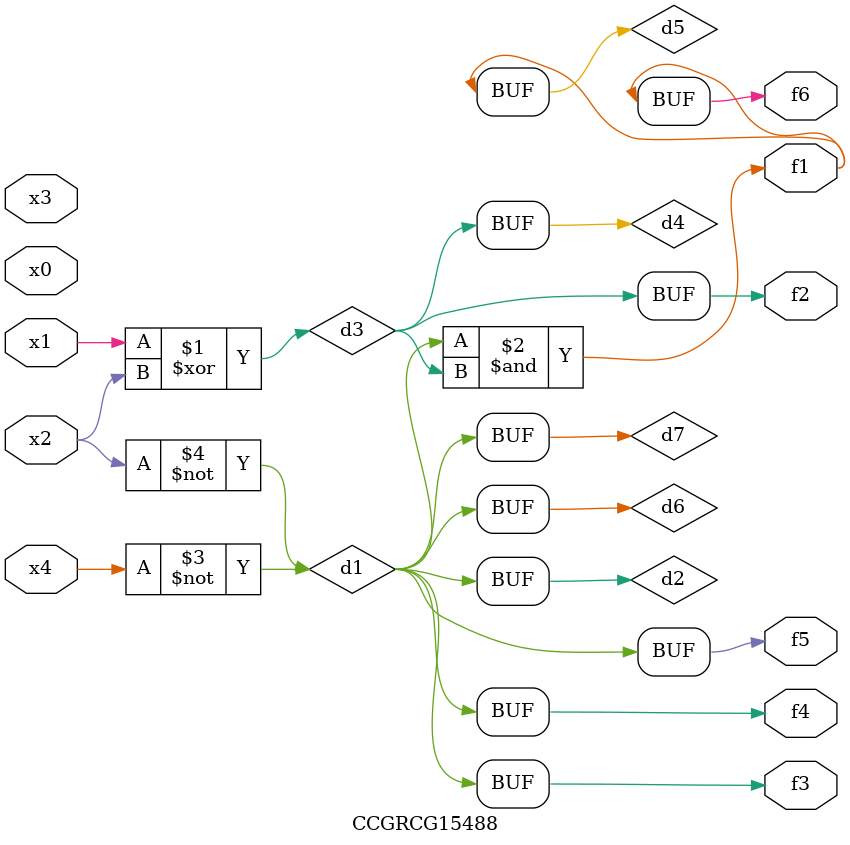
<source format=v>
module CCGRCG15488(
	input x0, x1, x2, x3, x4,
	output f1, f2, f3, f4, f5, f6
);

	wire d1, d2, d3, d4, d5, d6, d7;

	not (d1, x4);
	not (d2, x2);
	xor (d3, x1, x2);
	buf (d4, d3);
	and (d5, d1, d3);
	buf (d6, d1, d2);
	buf (d7, d2);
	assign f1 = d5;
	assign f2 = d4;
	assign f3 = d7;
	assign f4 = d7;
	assign f5 = d7;
	assign f6 = d5;
endmodule

</source>
